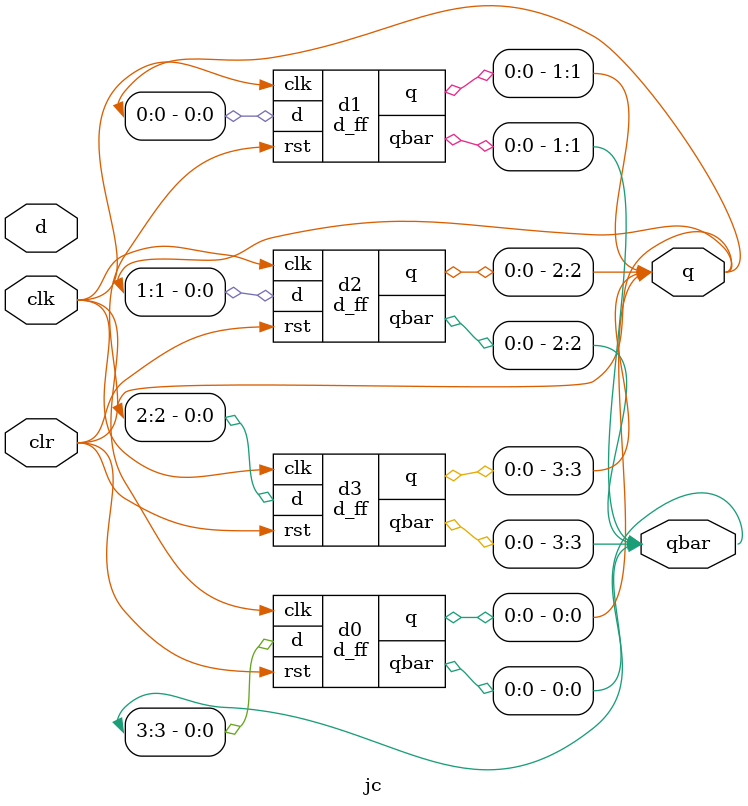
<source format=v>
module d_ff(input clk,rst,d,output reg q,output qbar);
  assign qbar=~q;
  always @(posedge clk)begin
    if(rst)
      q<=0;
    else
      q<=d;
  end
endmodule

//JOHNSON'S COUNTER (OR) TWISTED RING COUNTER

module jc(input clk,clr,input [3:0] d,output reg [3:0] q,qbar);
  d_ff d0(clk,clr,qbar[3],q[0],qbar[0]);
  d_ff d1(clk,clr,q[0],q[1],qbar[1]);
  d_ff d2(clk,clr,q[1],q[2],qbar[2]);
  d_ff d3(clk,clr,q[2],q[3],qbar[3]);
endmodule

</source>
